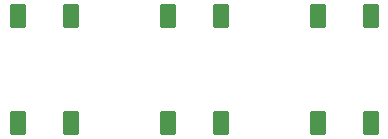
<source format=gbr>
%TF.GenerationSoftware,KiCad,Pcbnew,9.0.3*%
%TF.CreationDate,2025-07-16T11:43:19+02:00*%
%TF.ProjectId,ElbAltm1,456c6241-6c74-46d3-912e-6b696361645f,1.0*%
%TF.SameCoordinates,Original*%
%TF.FileFunction,Paste,Bot*%
%TF.FilePolarity,Positive*%
%FSLAX46Y46*%
G04 Gerber Fmt 4.6, Leading zero omitted, Abs format (unit mm)*
G04 Created by KiCad (PCBNEW 9.0.3) date 2025-07-16 11:43:19*
%MOMM*%
%LPD*%
G01*
G04 APERTURE LIST*
G04 Aperture macros list*
%AMRoundRect*
0 Rectangle with rounded corners*
0 $1 Rounding radius*
0 $2 $3 $4 $5 $6 $7 $8 $9 X,Y pos of 4 corners*
0 Add a 4 corners polygon primitive as box body*
4,1,4,$2,$3,$4,$5,$6,$7,$8,$9,$2,$3,0*
0 Add four circle primitives for the rounded corners*
1,1,$1+$1,$2,$3*
1,1,$1+$1,$4,$5*
1,1,$1+$1,$6,$7*
1,1,$1+$1,$8,$9*
0 Add four rect primitives between the rounded corners*
20,1,$1+$1,$2,$3,$4,$5,0*
20,1,$1+$1,$4,$5,$6,$7,0*
20,1,$1+$1,$6,$7,$8,$9,0*
20,1,$1+$1,$8,$9,$2,$3,0*%
G04 Aperture macros list end*
%ADD10RoundRect,0.250000X0.450000X-0.800000X0.450000X0.800000X-0.450000X0.800000X-0.450000X-0.800000X0*%
G04 APERTURE END LIST*
D10*
%TO.C,SW2*%
X152110000Y-121390000D03*
X152110000Y-112290000D03*
X147610000Y-121390000D03*
X147610000Y-112290000D03*
%TD*%
%TO.C,SW3*%
X139410000Y-121390000D03*
X139410000Y-112290000D03*
X134910000Y-121390000D03*
X134910000Y-112290000D03*
%TD*%
%TO.C,SW1*%
X164810000Y-121390000D03*
X164810000Y-112290000D03*
X160310000Y-121390000D03*
X160310000Y-112290000D03*
%TD*%
M02*

</source>
